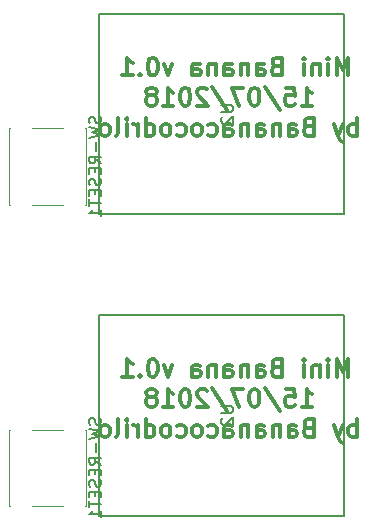
<source format=gbo>
G04 #@! TF.FileFunction,Legend,Bot*
%FSLAX46Y46*%
G04 Gerber Fmt 4.6, Leading zero omitted, Abs format (unit mm)*
G04 Created by KiCad (PCBNEW 4.0.7) date 07/17/18 15:17:27*
%MOMM*%
%LPD*%
G01*
G04 APERTURE LIST*
%ADD10C,0.100000*%
%ADD11C,0.300000*%
%ADD12C,0.120000*%
%ADD13C,0.150000*%
G04 APERTURE END LIST*
D10*
D11*
X49350143Y-45345571D02*
X49350143Y-43845571D01*
X48850143Y-44917000D01*
X48350143Y-43845571D01*
X48350143Y-45345571D01*
X47635857Y-45345571D02*
X47635857Y-44345571D01*
X47635857Y-43845571D02*
X47707286Y-43917000D01*
X47635857Y-43988429D01*
X47564429Y-43917000D01*
X47635857Y-43845571D01*
X47635857Y-43988429D01*
X46921571Y-44345571D02*
X46921571Y-45345571D01*
X46921571Y-44488429D02*
X46850143Y-44417000D01*
X46707285Y-44345571D01*
X46493000Y-44345571D01*
X46350143Y-44417000D01*
X46278714Y-44559857D01*
X46278714Y-45345571D01*
X45564428Y-45345571D02*
X45564428Y-44345571D01*
X45564428Y-43845571D02*
X45635857Y-43917000D01*
X45564428Y-43988429D01*
X45493000Y-43917000D01*
X45564428Y-43845571D01*
X45564428Y-43988429D01*
X43207285Y-44559857D02*
X42992999Y-44631286D01*
X42921571Y-44702714D01*
X42850142Y-44845571D01*
X42850142Y-45059857D01*
X42921571Y-45202714D01*
X42992999Y-45274143D01*
X43135857Y-45345571D01*
X43707285Y-45345571D01*
X43707285Y-43845571D01*
X43207285Y-43845571D01*
X43064428Y-43917000D01*
X42992999Y-43988429D01*
X42921571Y-44131286D01*
X42921571Y-44274143D01*
X42992999Y-44417000D01*
X43064428Y-44488429D01*
X43207285Y-44559857D01*
X43707285Y-44559857D01*
X41564428Y-45345571D02*
X41564428Y-44559857D01*
X41635857Y-44417000D01*
X41778714Y-44345571D01*
X42064428Y-44345571D01*
X42207285Y-44417000D01*
X41564428Y-45274143D02*
X41707285Y-45345571D01*
X42064428Y-45345571D01*
X42207285Y-45274143D01*
X42278714Y-45131286D01*
X42278714Y-44988429D01*
X42207285Y-44845571D01*
X42064428Y-44774143D01*
X41707285Y-44774143D01*
X41564428Y-44702714D01*
X40850142Y-44345571D02*
X40850142Y-45345571D01*
X40850142Y-44488429D02*
X40778714Y-44417000D01*
X40635856Y-44345571D01*
X40421571Y-44345571D01*
X40278714Y-44417000D01*
X40207285Y-44559857D01*
X40207285Y-45345571D01*
X38850142Y-45345571D02*
X38850142Y-44559857D01*
X38921571Y-44417000D01*
X39064428Y-44345571D01*
X39350142Y-44345571D01*
X39492999Y-44417000D01*
X38850142Y-45274143D02*
X38992999Y-45345571D01*
X39350142Y-45345571D01*
X39492999Y-45274143D01*
X39564428Y-45131286D01*
X39564428Y-44988429D01*
X39492999Y-44845571D01*
X39350142Y-44774143D01*
X38992999Y-44774143D01*
X38850142Y-44702714D01*
X38135856Y-44345571D02*
X38135856Y-45345571D01*
X38135856Y-44488429D02*
X38064428Y-44417000D01*
X37921570Y-44345571D01*
X37707285Y-44345571D01*
X37564428Y-44417000D01*
X37492999Y-44559857D01*
X37492999Y-45345571D01*
X36135856Y-45345571D02*
X36135856Y-44559857D01*
X36207285Y-44417000D01*
X36350142Y-44345571D01*
X36635856Y-44345571D01*
X36778713Y-44417000D01*
X36135856Y-45274143D02*
X36278713Y-45345571D01*
X36635856Y-45345571D01*
X36778713Y-45274143D01*
X36850142Y-45131286D01*
X36850142Y-44988429D01*
X36778713Y-44845571D01*
X36635856Y-44774143D01*
X36278713Y-44774143D01*
X36135856Y-44702714D01*
X34421570Y-44345571D02*
X34064427Y-45345571D01*
X33707285Y-44345571D01*
X32850142Y-43845571D02*
X32707285Y-43845571D01*
X32564428Y-43917000D01*
X32492999Y-43988429D01*
X32421570Y-44131286D01*
X32350142Y-44417000D01*
X32350142Y-44774143D01*
X32421570Y-45059857D01*
X32492999Y-45202714D01*
X32564428Y-45274143D01*
X32707285Y-45345571D01*
X32850142Y-45345571D01*
X32992999Y-45274143D01*
X33064428Y-45202714D01*
X33135856Y-45059857D01*
X33207285Y-44774143D01*
X33207285Y-44417000D01*
X33135856Y-44131286D01*
X33064428Y-43988429D01*
X32992999Y-43917000D01*
X32850142Y-43845571D01*
X31707285Y-45202714D02*
X31635857Y-45274143D01*
X31707285Y-45345571D01*
X31778714Y-45274143D01*
X31707285Y-45202714D01*
X31707285Y-45345571D01*
X30207285Y-45345571D02*
X31064428Y-45345571D01*
X30635856Y-45345571D02*
X30635856Y-43845571D01*
X30778713Y-44059857D01*
X30921571Y-44202714D01*
X31064428Y-44274143D01*
X45385856Y-47895571D02*
X46242999Y-47895571D01*
X45814427Y-47895571D02*
X45814427Y-46395571D01*
X45957284Y-46609857D01*
X46100142Y-46752714D01*
X46242999Y-46824143D01*
X44028713Y-46395571D02*
X44742999Y-46395571D01*
X44814428Y-47109857D01*
X44742999Y-47038429D01*
X44600142Y-46967000D01*
X44242999Y-46967000D01*
X44100142Y-47038429D01*
X44028713Y-47109857D01*
X43957285Y-47252714D01*
X43957285Y-47609857D01*
X44028713Y-47752714D01*
X44100142Y-47824143D01*
X44242999Y-47895571D01*
X44600142Y-47895571D01*
X44742999Y-47824143D01*
X44814428Y-47752714D01*
X42243000Y-46324143D02*
X43528714Y-48252714D01*
X41457285Y-46395571D02*
X41314428Y-46395571D01*
X41171571Y-46467000D01*
X41100142Y-46538429D01*
X41028713Y-46681286D01*
X40957285Y-46967000D01*
X40957285Y-47324143D01*
X41028713Y-47609857D01*
X41100142Y-47752714D01*
X41171571Y-47824143D01*
X41314428Y-47895571D01*
X41457285Y-47895571D01*
X41600142Y-47824143D01*
X41671571Y-47752714D01*
X41742999Y-47609857D01*
X41814428Y-47324143D01*
X41814428Y-46967000D01*
X41742999Y-46681286D01*
X41671571Y-46538429D01*
X41600142Y-46467000D01*
X41457285Y-46395571D01*
X40457285Y-46395571D02*
X39457285Y-46395571D01*
X40100142Y-47895571D01*
X37814429Y-46324143D02*
X39100143Y-48252714D01*
X37385857Y-46538429D02*
X37314428Y-46467000D01*
X37171571Y-46395571D01*
X36814428Y-46395571D01*
X36671571Y-46467000D01*
X36600142Y-46538429D01*
X36528714Y-46681286D01*
X36528714Y-46824143D01*
X36600142Y-47038429D01*
X37457285Y-47895571D01*
X36528714Y-47895571D01*
X35600143Y-46395571D02*
X35457286Y-46395571D01*
X35314429Y-46467000D01*
X35243000Y-46538429D01*
X35171571Y-46681286D01*
X35100143Y-46967000D01*
X35100143Y-47324143D01*
X35171571Y-47609857D01*
X35243000Y-47752714D01*
X35314429Y-47824143D01*
X35457286Y-47895571D01*
X35600143Y-47895571D01*
X35743000Y-47824143D01*
X35814429Y-47752714D01*
X35885857Y-47609857D01*
X35957286Y-47324143D01*
X35957286Y-46967000D01*
X35885857Y-46681286D01*
X35814429Y-46538429D01*
X35743000Y-46467000D01*
X35600143Y-46395571D01*
X33671572Y-47895571D02*
X34528715Y-47895571D01*
X34100143Y-47895571D02*
X34100143Y-46395571D01*
X34243000Y-46609857D01*
X34385858Y-46752714D01*
X34528715Y-46824143D01*
X32814429Y-47038429D02*
X32957287Y-46967000D01*
X33028715Y-46895571D01*
X33100144Y-46752714D01*
X33100144Y-46681286D01*
X33028715Y-46538429D01*
X32957287Y-46467000D01*
X32814429Y-46395571D01*
X32528715Y-46395571D01*
X32385858Y-46467000D01*
X32314429Y-46538429D01*
X32243001Y-46681286D01*
X32243001Y-46752714D01*
X32314429Y-46895571D01*
X32385858Y-46967000D01*
X32528715Y-47038429D01*
X32814429Y-47038429D01*
X32957287Y-47109857D01*
X33028715Y-47181286D01*
X33100144Y-47324143D01*
X33100144Y-47609857D01*
X33028715Y-47752714D01*
X32957287Y-47824143D01*
X32814429Y-47895571D01*
X32528715Y-47895571D01*
X32385858Y-47824143D01*
X32314429Y-47752714D01*
X32243001Y-47609857D01*
X32243001Y-47324143D01*
X32314429Y-47181286D01*
X32385858Y-47109857D01*
X32528715Y-47038429D01*
X50064428Y-50445571D02*
X50064428Y-48945571D01*
X50064428Y-49517000D02*
X49921571Y-49445571D01*
X49635857Y-49445571D01*
X49493000Y-49517000D01*
X49421571Y-49588429D01*
X49350142Y-49731286D01*
X49350142Y-50159857D01*
X49421571Y-50302714D01*
X49493000Y-50374143D01*
X49635857Y-50445571D01*
X49921571Y-50445571D01*
X50064428Y-50374143D01*
X48850142Y-49445571D02*
X48492999Y-50445571D01*
X48135857Y-49445571D02*
X48492999Y-50445571D01*
X48635857Y-50802714D01*
X48707285Y-50874143D01*
X48850142Y-50945571D01*
X45921571Y-49659857D02*
X45707285Y-49731286D01*
X45635857Y-49802714D01*
X45564428Y-49945571D01*
X45564428Y-50159857D01*
X45635857Y-50302714D01*
X45707285Y-50374143D01*
X45850143Y-50445571D01*
X46421571Y-50445571D01*
X46421571Y-48945571D01*
X45921571Y-48945571D01*
X45778714Y-49017000D01*
X45707285Y-49088429D01*
X45635857Y-49231286D01*
X45635857Y-49374143D01*
X45707285Y-49517000D01*
X45778714Y-49588429D01*
X45921571Y-49659857D01*
X46421571Y-49659857D01*
X44278714Y-50445571D02*
X44278714Y-49659857D01*
X44350143Y-49517000D01*
X44493000Y-49445571D01*
X44778714Y-49445571D01*
X44921571Y-49517000D01*
X44278714Y-50374143D02*
X44421571Y-50445571D01*
X44778714Y-50445571D01*
X44921571Y-50374143D01*
X44993000Y-50231286D01*
X44993000Y-50088429D01*
X44921571Y-49945571D01*
X44778714Y-49874143D01*
X44421571Y-49874143D01*
X44278714Y-49802714D01*
X43564428Y-49445571D02*
X43564428Y-50445571D01*
X43564428Y-49588429D02*
X43493000Y-49517000D01*
X43350142Y-49445571D01*
X43135857Y-49445571D01*
X42993000Y-49517000D01*
X42921571Y-49659857D01*
X42921571Y-50445571D01*
X41564428Y-50445571D02*
X41564428Y-49659857D01*
X41635857Y-49517000D01*
X41778714Y-49445571D01*
X42064428Y-49445571D01*
X42207285Y-49517000D01*
X41564428Y-50374143D02*
X41707285Y-50445571D01*
X42064428Y-50445571D01*
X42207285Y-50374143D01*
X42278714Y-50231286D01*
X42278714Y-50088429D01*
X42207285Y-49945571D01*
X42064428Y-49874143D01*
X41707285Y-49874143D01*
X41564428Y-49802714D01*
X40850142Y-49445571D02*
X40850142Y-50445571D01*
X40850142Y-49588429D02*
X40778714Y-49517000D01*
X40635856Y-49445571D01*
X40421571Y-49445571D01*
X40278714Y-49517000D01*
X40207285Y-49659857D01*
X40207285Y-50445571D01*
X38850142Y-50445571D02*
X38850142Y-49659857D01*
X38921571Y-49517000D01*
X39064428Y-49445571D01*
X39350142Y-49445571D01*
X39492999Y-49517000D01*
X38850142Y-50374143D02*
X38992999Y-50445571D01*
X39350142Y-50445571D01*
X39492999Y-50374143D01*
X39564428Y-50231286D01*
X39564428Y-50088429D01*
X39492999Y-49945571D01*
X39350142Y-49874143D01*
X38992999Y-49874143D01*
X38850142Y-49802714D01*
X37492999Y-50374143D02*
X37635856Y-50445571D01*
X37921570Y-50445571D01*
X38064428Y-50374143D01*
X38135856Y-50302714D01*
X38207285Y-50159857D01*
X38207285Y-49731286D01*
X38135856Y-49588429D01*
X38064428Y-49517000D01*
X37921570Y-49445571D01*
X37635856Y-49445571D01*
X37492999Y-49517000D01*
X36635856Y-50445571D02*
X36778714Y-50374143D01*
X36850142Y-50302714D01*
X36921571Y-50159857D01*
X36921571Y-49731286D01*
X36850142Y-49588429D01*
X36778714Y-49517000D01*
X36635856Y-49445571D01*
X36421571Y-49445571D01*
X36278714Y-49517000D01*
X36207285Y-49588429D01*
X36135856Y-49731286D01*
X36135856Y-50159857D01*
X36207285Y-50302714D01*
X36278714Y-50374143D01*
X36421571Y-50445571D01*
X36635856Y-50445571D01*
X34850142Y-50374143D02*
X34992999Y-50445571D01*
X35278713Y-50445571D01*
X35421571Y-50374143D01*
X35492999Y-50302714D01*
X35564428Y-50159857D01*
X35564428Y-49731286D01*
X35492999Y-49588429D01*
X35421571Y-49517000D01*
X35278713Y-49445571D01*
X34992999Y-49445571D01*
X34850142Y-49517000D01*
X33992999Y-50445571D02*
X34135857Y-50374143D01*
X34207285Y-50302714D01*
X34278714Y-50159857D01*
X34278714Y-49731286D01*
X34207285Y-49588429D01*
X34135857Y-49517000D01*
X33992999Y-49445571D01*
X33778714Y-49445571D01*
X33635857Y-49517000D01*
X33564428Y-49588429D01*
X33492999Y-49731286D01*
X33492999Y-50159857D01*
X33564428Y-50302714D01*
X33635857Y-50374143D01*
X33778714Y-50445571D01*
X33992999Y-50445571D01*
X32207285Y-50445571D02*
X32207285Y-48945571D01*
X32207285Y-50374143D02*
X32350142Y-50445571D01*
X32635856Y-50445571D01*
X32778714Y-50374143D01*
X32850142Y-50302714D01*
X32921571Y-50159857D01*
X32921571Y-49731286D01*
X32850142Y-49588429D01*
X32778714Y-49517000D01*
X32635856Y-49445571D01*
X32350142Y-49445571D01*
X32207285Y-49517000D01*
X31492999Y-50445571D02*
X31492999Y-49445571D01*
X31492999Y-49731286D02*
X31421571Y-49588429D01*
X31350142Y-49517000D01*
X31207285Y-49445571D01*
X31064428Y-49445571D01*
X30564428Y-50445571D02*
X30564428Y-49445571D01*
X30564428Y-48945571D02*
X30635857Y-49017000D01*
X30564428Y-49088429D01*
X30493000Y-49017000D01*
X30564428Y-48945571D01*
X30564428Y-49088429D01*
X29635856Y-50445571D02*
X29778714Y-50374143D01*
X29850142Y-50231286D01*
X29850142Y-48945571D01*
X28850142Y-50445571D02*
X28993000Y-50374143D01*
X29064428Y-50302714D01*
X29135857Y-50159857D01*
X29135857Y-49731286D01*
X29064428Y-49588429D01*
X28993000Y-49517000D01*
X28850142Y-49445571D01*
X28635857Y-49445571D01*
X28493000Y-49517000D01*
X28421571Y-49588429D01*
X28350142Y-49731286D01*
X28350142Y-50159857D01*
X28421571Y-50302714D01*
X28493000Y-50374143D01*
X28635857Y-50445571D01*
X28850142Y-50445571D01*
X49350143Y-19845571D02*
X49350143Y-18345571D01*
X48850143Y-19417000D01*
X48350143Y-18345571D01*
X48350143Y-19845571D01*
X47635857Y-19845571D02*
X47635857Y-18845571D01*
X47635857Y-18345571D02*
X47707286Y-18417000D01*
X47635857Y-18488429D01*
X47564429Y-18417000D01*
X47635857Y-18345571D01*
X47635857Y-18488429D01*
X46921571Y-18845571D02*
X46921571Y-19845571D01*
X46921571Y-18988429D02*
X46850143Y-18917000D01*
X46707285Y-18845571D01*
X46493000Y-18845571D01*
X46350143Y-18917000D01*
X46278714Y-19059857D01*
X46278714Y-19845571D01*
X45564428Y-19845571D02*
X45564428Y-18845571D01*
X45564428Y-18345571D02*
X45635857Y-18417000D01*
X45564428Y-18488429D01*
X45493000Y-18417000D01*
X45564428Y-18345571D01*
X45564428Y-18488429D01*
X43207285Y-19059857D02*
X42992999Y-19131286D01*
X42921571Y-19202714D01*
X42850142Y-19345571D01*
X42850142Y-19559857D01*
X42921571Y-19702714D01*
X42992999Y-19774143D01*
X43135857Y-19845571D01*
X43707285Y-19845571D01*
X43707285Y-18345571D01*
X43207285Y-18345571D01*
X43064428Y-18417000D01*
X42992999Y-18488429D01*
X42921571Y-18631286D01*
X42921571Y-18774143D01*
X42992999Y-18917000D01*
X43064428Y-18988429D01*
X43207285Y-19059857D01*
X43707285Y-19059857D01*
X41564428Y-19845571D02*
X41564428Y-19059857D01*
X41635857Y-18917000D01*
X41778714Y-18845571D01*
X42064428Y-18845571D01*
X42207285Y-18917000D01*
X41564428Y-19774143D02*
X41707285Y-19845571D01*
X42064428Y-19845571D01*
X42207285Y-19774143D01*
X42278714Y-19631286D01*
X42278714Y-19488429D01*
X42207285Y-19345571D01*
X42064428Y-19274143D01*
X41707285Y-19274143D01*
X41564428Y-19202714D01*
X40850142Y-18845571D02*
X40850142Y-19845571D01*
X40850142Y-18988429D02*
X40778714Y-18917000D01*
X40635856Y-18845571D01*
X40421571Y-18845571D01*
X40278714Y-18917000D01*
X40207285Y-19059857D01*
X40207285Y-19845571D01*
X38850142Y-19845571D02*
X38850142Y-19059857D01*
X38921571Y-18917000D01*
X39064428Y-18845571D01*
X39350142Y-18845571D01*
X39492999Y-18917000D01*
X38850142Y-19774143D02*
X38992999Y-19845571D01*
X39350142Y-19845571D01*
X39492999Y-19774143D01*
X39564428Y-19631286D01*
X39564428Y-19488429D01*
X39492999Y-19345571D01*
X39350142Y-19274143D01*
X38992999Y-19274143D01*
X38850142Y-19202714D01*
X38135856Y-18845571D02*
X38135856Y-19845571D01*
X38135856Y-18988429D02*
X38064428Y-18917000D01*
X37921570Y-18845571D01*
X37707285Y-18845571D01*
X37564428Y-18917000D01*
X37492999Y-19059857D01*
X37492999Y-19845571D01*
X36135856Y-19845571D02*
X36135856Y-19059857D01*
X36207285Y-18917000D01*
X36350142Y-18845571D01*
X36635856Y-18845571D01*
X36778713Y-18917000D01*
X36135856Y-19774143D02*
X36278713Y-19845571D01*
X36635856Y-19845571D01*
X36778713Y-19774143D01*
X36850142Y-19631286D01*
X36850142Y-19488429D01*
X36778713Y-19345571D01*
X36635856Y-19274143D01*
X36278713Y-19274143D01*
X36135856Y-19202714D01*
X34421570Y-18845571D02*
X34064427Y-19845571D01*
X33707285Y-18845571D01*
X32850142Y-18345571D02*
X32707285Y-18345571D01*
X32564428Y-18417000D01*
X32492999Y-18488429D01*
X32421570Y-18631286D01*
X32350142Y-18917000D01*
X32350142Y-19274143D01*
X32421570Y-19559857D01*
X32492999Y-19702714D01*
X32564428Y-19774143D01*
X32707285Y-19845571D01*
X32850142Y-19845571D01*
X32992999Y-19774143D01*
X33064428Y-19702714D01*
X33135856Y-19559857D01*
X33207285Y-19274143D01*
X33207285Y-18917000D01*
X33135856Y-18631286D01*
X33064428Y-18488429D01*
X32992999Y-18417000D01*
X32850142Y-18345571D01*
X31707285Y-19702714D02*
X31635857Y-19774143D01*
X31707285Y-19845571D01*
X31778714Y-19774143D01*
X31707285Y-19702714D01*
X31707285Y-19845571D01*
X30207285Y-19845571D02*
X31064428Y-19845571D01*
X30635856Y-19845571D02*
X30635856Y-18345571D01*
X30778713Y-18559857D01*
X30921571Y-18702714D01*
X31064428Y-18774143D01*
X45385856Y-22395571D02*
X46242999Y-22395571D01*
X45814427Y-22395571D02*
X45814427Y-20895571D01*
X45957284Y-21109857D01*
X46100142Y-21252714D01*
X46242999Y-21324143D01*
X44028713Y-20895571D02*
X44742999Y-20895571D01*
X44814428Y-21609857D01*
X44742999Y-21538429D01*
X44600142Y-21467000D01*
X44242999Y-21467000D01*
X44100142Y-21538429D01*
X44028713Y-21609857D01*
X43957285Y-21752714D01*
X43957285Y-22109857D01*
X44028713Y-22252714D01*
X44100142Y-22324143D01*
X44242999Y-22395571D01*
X44600142Y-22395571D01*
X44742999Y-22324143D01*
X44814428Y-22252714D01*
X42243000Y-20824143D02*
X43528714Y-22752714D01*
X41457285Y-20895571D02*
X41314428Y-20895571D01*
X41171571Y-20967000D01*
X41100142Y-21038429D01*
X41028713Y-21181286D01*
X40957285Y-21467000D01*
X40957285Y-21824143D01*
X41028713Y-22109857D01*
X41100142Y-22252714D01*
X41171571Y-22324143D01*
X41314428Y-22395571D01*
X41457285Y-22395571D01*
X41600142Y-22324143D01*
X41671571Y-22252714D01*
X41742999Y-22109857D01*
X41814428Y-21824143D01*
X41814428Y-21467000D01*
X41742999Y-21181286D01*
X41671571Y-21038429D01*
X41600142Y-20967000D01*
X41457285Y-20895571D01*
X40457285Y-20895571D02*
X39457285Y-20895571D01*
X40100142Y-22395571D01*
X37814429Y-20824143D02*
X39100143Y-22752714D01*
X37385857Y-21038429D02*
X37314428Y-20967000D01*
X37171571Y-20895571D01*
X36814428Y-20895571D01*
X36671571Y-20967000D01*
X36600142Y-21038429D01*
X36528714Y-21181286D01*
X36528714Y-21324143D01*
X36600142Y-21538429D01*
X37457285Y-22395571D01*
X36528714Y-22395571D01*
X35600143Y-20895571D02*
X35457286Y-20895571D01*
X35314429Y-20967000D01*
X35243000Y-21038429D01*
X35171571Y-21181286D01*
X35100143Y-21467000D01*
X35100143Y-21824143D01*
X35171571Y-22109857D01*
X35243000Y-22252714D01*
X35314429Y-22324143D01*
X35457286Y-22395571D01*
X35600143Y-22395571D01*
X35743000Y-22324143D01*
X35814429Y-22252714D01*
X35885857Y-22109857D01*
X35957286Y-21824143D01*
X35957286Y-21467000D01*
X35885857Y-21181286D01*
X35814429Y-21038429D01*
X35743000Y-20967000D01*
X35600143Y-20895571D01*
X33671572Y-22395571D02*
X34528715Y-22395571D01*
X34100143Y-22395571D02*
X34100143Y-20895571D01*
X34243000Y-21109857D01*
X34385858Y-21252714D01*
X34528715Y-21324143D01*
X32814429Y-21538429D02*
X32957287Y-21467000D01*
X33028715Y-21395571D01*
X33100144Y-21252714D01*
X33100144Y-21181286D01*
X33028715Y-21038429D01*
X32957287Y-20967000D01*
X32814429Y-20895571D01*
X32528715Y-20895571D01*
X32385858Y-20967000D01*
X32314429Y-21038429D01*
X32243001Y-21181286D01*
X32243001Y-21252714D01*
X32314429Y-21395571D01*
X32385858Y-21467000D01*
X32528715Y-21538429D01*
X32814429Y-21538429D01*
X32957287Y-21609857D01*
X33028715Y-21681286D01*
X33100144Y-21824143D01*
X33100144Y-22109857D01*
X33028715Y-22252714D01*
X32957287Y-22324143D01*
X32814429Y-22395571D01*
X32528715Y-22395571D01*
X32385858Y-22324143D01*
X32314429Y-22252714D01*
X32243001Y-22109857D01*
X32243001Y-21824143D01*
X32314429Y-21681286D01*
X32385858Y-21609857D01*
X32528715Y-21538429D01*
X50064428Y-24945571D02*
X50064428Y-23445571D01*
X50064428Y-24017000D02*
X49921571Y-23945571D01*
X49635857Y-23945571D01*
X49493000Y-24017000D01*
X49421571Y-24088429D01*
X49350142Y-24231286D01*
X49350142Y-24659857D01*
X49421571Y-24802714D01*
X49493000Y-24874143D01*
X49635857Y-24945571D01*
X49921571Y-24945571D01*
X50064428Y-24874143D01*
X48850142Y-23945571D02*
X48492999Y-24945571D01*
X48135857Y-23945571D02*
X48492999Y-24945571D01*
X48635857Y-25302714D01*
X48707285Y-25374143D01*
X48850142Y-25445571D01*
X45921571Y-24159857D02*
X45707285Y-24231286D01*
X45635857Y-24302714D01*
X45564428Y-24445571D01*
X45564428Y-24659857D01*
X45635857Y-24802714D01*
X45707285Y-24874143D01*
X45850143Y-24945571D01*
X46421571Y-24945571D01*
X46421571Y-23445571D01*
X45921571Y-23445571D01*
X45778714Y-23517000D01*
X45707285Y-23588429D01*
X45635857Y-23731286D01*
X45635857Y-23874143D01*
X45707285Y-24017000D01*
X45778714Y-24088429D01*
X45921571Y-24159857D01*
X46421571Y-24159857D01*
X44278714Y-24945571D02*
X44278714Y-24159857D01*
X44350143Y-24017000D01*
X44493000Y-23945571D01*
X44778714Y-23945571D01*
X44921571Y-24017000D01*
X44278714Y-24874143D02*
X44421571Y-24945571D01*
X44778714Y-24945571D01*
X44921571Y-24874143D01*
X44993000Y-24731286D01*
X44993000Y-24588429D01*
X44921571Y-24445571D01*
X44778714Y-24374143D01*
X44421571Y-24374143D01*
X44278714Y-24302714D01*
X43564428Y-23945571D02*
X43564428Y-24945571D01*
X43564428Y-24088429D02*
X43493000Y-24017000D01*
X43350142Y-23945571D01*
X43135857Y-23945571D01*
X42993000Y-24017000D01*
X42921571Y-24159857D01*
X42921571Y-24945571D01*
X41564428Y-24945571D02*
X41564428Y-24159857D01*
X41635857Y-24017000D01*
X41778714Y-23945571D01*
X42064428Y-23945571D01*
X42207285Y-24017000D01*
X41564428Y-24874143D02*
X41707285Y-24945571D01*
X42064428Y-24945571D01*
X42207285Y-24874143D01*
X42278714Y-24731286D01*
X42278714Y-24588429D01*
X42207285Y-24445571D01*
X42064428Y-24374143D01*
X41707285Y-24374143D01*
X41564428Y-24302714D01*
X40850142Y-23945571D02*
X40850142Y-24945571D01*
X40850142Y-24088429D02*
X40778714Y-24017000D01*
X40635856Y-23945571D01*
X40421571Y-23945571D01*
X40278714Y-24017000D01*
X40207285Y-24159857D01*
X40207285Y-24945571D01*
X38850142Y-24945571D02*
X38850142Y-24159857D01*
X38921571Y-24017000D01*
X39064428Y-23945571D01*
X39350142Y-23945571D01*
X39492999Y-24017000D01*
X38850142Y-24874143D02*
X38992999Y-24945571D01*
X39350142Y-24945571D01*
X39492999Y-24874143D01*
X39564428Y-24731286D01*
X39564428Y-24588429D01*
X39492999Y-24445571D01*
X39350142Y-24374143D01*
X38992999Y-24374143D01*
X38850142Y-24302714D01*
X37492999Y-24874143D02*
X37635856Y-24945571D01*
X37921570Y-24945571D01*
X38064428Y-24874143D01*
X38135856Y-24802714D01*
X38207285Y-24659857D01*
X38207285Y-24231286D01*
X38135856Y-24088429D01*
X38064428Y-24017000D01*
X37921570Y-23945571D01*
X37635856Y-23945571D01*
X37492999Y-24017000D01*
X36635856Y-24945571D02*
X36778714Y-24874143D01*
X36850142Y-24802714D01*
X36921571Y-24659857D01*
X36921571Y-24231286D01*
X36850142Y-24088429D01*
X36778714Y-24017000D01*
X36635856Y-23945571D01*
X36421571Y-23945571D01*
X36278714Y-24017000D01*
X36207285Y-24088429D01*
X36135856Y-24231286D01*
X36135856Y-24659857D01*
X36207285Y-24802714D01*
X36278714Y-24874143D01*
X36421571Y-24945571D01*
X36635856Y-24945571D01*
X34850142Y-24874143D02*
X34992999Y-24945571D01*
X35278713Y-24945571D01*
X35421571Y-24874143D01*
X35492999Y-24802714D01*
X35564428Y-24659857D01*
X35564428Y-24231286D01*
X35492999Y-24088429D01*
X35421571Y-24017000D01*
X35278713Y-23945571D01*
X34992999Y-23945571D01*
X34850142Y-24017000D01*
X33992999Y-24945571D02*
X34135857Y-24874143D01*
X34207285Y-24802714D01*
X34278714Y-24659857D01*
X34278714Y-24231286D01*
X34207285Y-24088429D01*
X34135857Y-24017000D01*
X33992999Y-23945571D01*
X33778714Y-23945571D01*
X33635857Y-24017000D01*
X33564428Y-24088429D01*
X33492999Y-24231286D01*
X33492999Y-24659857D01*
X33564428Y-24802714D01*
X33635857Y-24874143D01*
X33778714Y-24945571D01*
X33992999Y-24945571D01*
X32207285Y-24945571D02*
X32207285Y-23445571D01*
X32207285Y-24874143D02*
X32350142Y-24945571D01*
X32635856Y-24945571D01*
X32778714Y-24874143D01*
X32850142Y-24802714D01*
X32921571Y-24659857D01*
X32921571Y-24231286D01*
X32850142Y-24088429D01*
X32778714Y-24017000D01*
X32635856Y-23945571D01*
X32350142Y-23945571D01*
X32207285Y-24017000D01*
X31492999Y-24945571D02*
X31492999Y-23945571D01*
X31492999Y-24231286D02*
X31421571Y-24088429D01*
X31350142Y-24017000D01*
X31207285Y-23945571D01*
X31064428Y-23945571D01*
X30564428Y-24945571D02*
X30564428Y-23945571D01*
X30564428Y-23445571D02*
X30635857Y-23517000D01*
X30564428Y-23588429D01*
X30493000Y-23517000D01*
X30564428Y-23445571D01*
X30564428Y-23588429D01*
X29635856Y-24945571D02*
X29778714Y-24874143D01*
X29850142Y-24731286D01*
X29850142Y-23445571D01*
X28850142Y-24945571D02*
X28993000Y-24874143D01*
X29064428Y-24802714D01*
X29135857Y-24659857D01*
X29135857Y-24231286D01*
X29064428Y-24088429D01*
X28993000Y-24017000D01*
X28850142Y-23945571D01*
X28635857Y-23945571D01*
X28493000Y-24017000D01*
X28421571Y-24088429D01*
X28350142Y-24231286D01*
X28350142Y-24659857D01*
X28421571Y-24802714D01*
X28493000Y-24874143D01*
X28635857Y-24945571D01*
X28850142Y-24945571D01*
D12*
X27106000Y-49829000D02*
X27076000Y-49829000D01*
X20646000Y-49829000D02*
X20676000Y-49829000D01*
X20646000Y-56289000D02*
X20676000Y-56289000D01*
X27076000Y-56289000D02*
X27106000Y-56289000D01*
X25176000Y-49829000D02*
X22576000Y-49829000D01*
X27106000Y-56289000D02*
X27106000Y-49829000D01*
X25176000Y-56289000D02*
X22576000Y-56289000D01*
X20646000Y-56289000D02*
X20646000Y-49829000D01*
D13*
X28208000Y-40114000D02*
X28208000Y-57114000D01*
X28208000Y-57114000D02*
X49008000Y-57114000D01*
X49008000Y-57114000D02*
X49008000Y-40214000D01*
X49008000Y-40214000D02*
X49008000Y-40114000D01*
X49008000Y-40114000D02*
X28208000Y-40114000D01*
X28208000Y-14614000D02*
X28208000Y-31614000D01*
X28208000Y-31614000D02*
X49008000Y-31614000D01*
X49008000Y-31614000D02*
X49008000Y-14714000D01*
X49008000Y-14714000D02*
X49008000Y-14614000D01*
X49008000Y-14614000D02*
X28208000Y-14614000D01*
D12*
X27106000Y-24329000D02*
X27076000Y-24329000D01*
X20646000Y-24329000D02*
X20676000Y-24329000D01*
X20646000Y-30789000D02*
X20676000Y-30789000D01*
X27076000Y-30789000D02*
X27106000Y-30789000D01*
X25176000Y-24329000D02*
X22576000Y-24329000D01*
X27106000Y-30789000D02*
X27106000Y-24329000D01*
X25176000Y-30789000D02*
X22576000Y-30789000D01*
X20646000Y-30789000D02*
X20646000Y-24329000D01*
D13*
X28330762Y-48844714D02*
X28378381Y-48987571D01*
X28378381Y-49225667D01*
X28330762Y-49320905D01*
X28283143Y-49368524D01*
X28187905Y-49416143D01*
X28092667Y-49416143D01*
X27997429Y-49368524D01*
X27949810Y-49320905D01*
X27902190Y-49225667D01*
X27854571Y-49035190D01*
X27806952Y-48939952D01*
X27759333Y-48892333D01*
X27664095Y-48844714D01*
X27568857Y-48844714D01*
X27473619Y-48892333D01*
X27426000Y-48939952D01*
X27378381Y-49035190D01*
X27378381Y-49273286D01*
X27426000Y-49416143D01*
X27378381Y-49749476D02*
X28378381Y-49987571D01*
X27664095Y-50178048D01*
X28378381Y-50368524D01*
X27378381Y-50606619D01*
X27997429Y-50987571D02*
X27997429Y-51749476D01*
X28378381Y-52797095D02*
X27902190Y-52463761D01*
X28378381Y-52225666D02*
X27378381Y-52225666D01*
X27378381Y-52606619D01*
X27426000Y-52701857D01*
X27473619Y-52749476D01*
X27568857Y-52797095D01*
X27711714Y-52797095D01*
X27806952Y-52749476D01*
X27854571Y-52701857D01*
X27902190Y-52606619D01*
X27902190Y-52225666D01*
X27854571Y-53225666D02*
X27854571Y-53559000D01*
X28378381Y-53701857D02*
X28378381Y-53225666D01*
X27378381Y-53225666D01*
X27378381Y-53701857D01*
X28330762Y-54082809D02*
X28378381Y-54225666D01*
X28378381Y-54463762D01*
X28330762Y-54559000D01*
X28283143Y-54606619D01*
X28187905Y-54654238D01*
X28092667Y-54654238D01*
X27997429Y-54606619D01*
X27949810Y-54559000D01*
X27902190Y-54463762D01*
X27854571Y-54273285D01*
X27806952Y-54178047D01*
X27759333Y-54130428D01*
X27664095Y-54082809D01*
X27568857Y-54082809D01*
X27473619Y-54130428D01*
X27426000Y-54178047D01*
X27378381Y-54273285D01*
X27378381Y-54511381D01*
X27426000Y-54654238D01*
X27854571Y-55082809D02*
X27854571Y-55416143D01*
X28378381Y-55559000D02*
X28378381Y-55082809D01*
X27378381Y-55082809D01*
X27378381Y-55559000D01*
X27378381Y-55844714D02*
X27378381Y-56416143D01*
X28378381Y-56130428D02*
X27378381Y-56130428D01*
X28378381Y-57273286D02*
X28378381Y-56701857D01*
X28378381Y-56987571D02*
X27378381Y-56987571D01*
X27521238Y-56892333D01*
X27616476Y-56797095D01*
X27664095Y-56701857D01*
X38560381Y-47852095D02*
X39369905Y-47852095D01*
X39465143Y-47899714D01*
X39512762Y-47947333D01*
X39560381Y-48042571D01*
X39560381Y-48233048D01*
X39512762Y-48328286D01*
X39465143Y-48375905D01*
X39369905Y-48423524D01*
X38560381Y-48423524D01*
X38655619Y-48852095D02*
X38608000Y-48899714D01*
X38560381Y-48994952D01*
X38560381Y-49233048D01*
X38608000Y-49328286D01*
X38655619Y-49375905D01*
X38750857Y-49423524D01*
X38846095Y-49423524D01*
X38988952Y-49375905D01*
X39560381Y-48804476D01*
X39560381Y-49423524D01*
X38560381Y-22352095D02*
X39369905Y-22352095D01*
X39465143Y-22399714D01*
X39512762Y-22447333D01*
X39560381Y-22542571D01*
X39560381Y-22733048D01*
X39512762Y-22828286D01*
X39465143Y-22875905D01*
X39369905Y-22923524D01*
X38560381Y-22923524D01*
X38655619Y-23352095D02*
X38608000Y-23399714D01*
X38560381Y-23494952D01*
X38560381Y-23733048D01*
X38608000Y-23828286D01*
X38655619Y-23875905D01*
X38750857Y-23923524D01*
X38846095Y-23923524D01*
X38988952Y-23875905D01*
X39560381Y-23304476D01*
X39560381Y-23923524D01*
X28330762Y-23344714D02*
X28378381Y-23487571D01*
X28378381Y-23725667D01*
X28330762Y-23820905D01*
X28283143Y-23868524D01*
X28187905Y-23916143D01*
X28092667Y-23916143D01*
X27997429Y-23868524D01*
X27949810Y-23820905D01*
X27902190Y-23725667D01*
X27854571Y-23535190D01*
X27806952Y-23439952D01*
X27759333Y-23392333D01*
X27664095Y-23344714D01*
X27568857Y-23344714D01*
X27473619Y-23392333D01*
X27426000Y-23439952D01*
X27378381Y-23535190D01*
X27378381Y-23773286D01*
X27426000Y-23916143D01*
X27378381Y-24249476D02*
X28378381Y-24487571D01*
X27664095Y-24678048D01*
X28378381Y-24868524D01*
X27378381Y-25106619D01*
X27997429Y-25487571D02*
X27997429Y-26249476D01*
X28378381Y-27297095D02*
X27902190Y-26963761D01*
X28378381Y-26725666D02*
X27378381Y-26725666D01*
X27378381Y-27106619D01*
X27426000Y-27201857D01*
X27473619Y-27249476D01*
X27568857Y-27297095D01*
X27711714Y-27297095D01*
X27806952Y-27249476D01*
X27854571Y-27201857D01*
X27902190Y-27106619D01*
X27902190Y-26725666D01*
X27854571Y-27725666D02*
X27854571Y-28059000D01*
X28378381Y-28201857D02*
X28378381Y-27725666D01*
X27378381Y-27725666D01*
X27378381Y-28201857D01*
X28330762Y-28582809D02*
X28378381Y-28725666D01*
X28378381Y-28963762D01*
X28330762Y-29059000D01*
X28283143Y-29106619D01*
X28187905Y-29154238D01*
X28092667Y-29154238D01*
X27997429Y-29106619D01*
X27949810Y-29059000D01*
X27902190Y-28963762D01*
X27854571Y-28773285D01*
X27806952Y-28678047D01*
X27759333Y-28630428D01*
X27664095Y-28582809D01*
X27568857Y-28582809D01*
X27473619Y-28630428D01*
X27426000Y-28678047D01*
X27378381Y-28773285D01*
X27378381Y-29011381D01*
X27426000Y-29154238D01*
X27854571Y-29582809D02*
X27854571Y-29916143D01*
X28378381Y-30059000D02*
X28378381Y-29582809D01*
X27378381Y-29582809D01*
X27378381Y-30059000D01*
X27378381Y-30344714D02*
X27378381Y-30916143D01*
X28378381Y-30630428D02*
X27378381Y-30630428D01*
X28378381Y-31773286D02*
X28378381Y-31201857D01*
X28378381Y-31487571D02*
X27378381Y-31487571D01*
X27521238Y-31392333D01*
X27616476Y-31297095D01*
X27664095Y-31201857D01*
M02*

</source>
